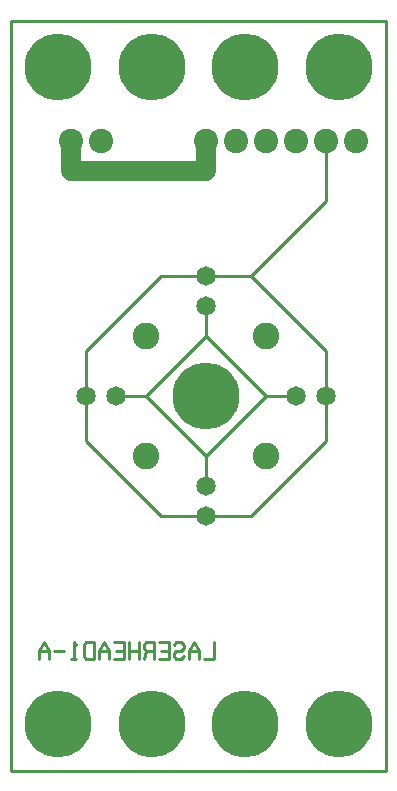
<source format=gbl>
%MOIN*%
%FSLAX25Y25*%
G04 D10 used for Character Trace; *
G04     Circle (OD=.01000) (No hole)*
G04 D11 used for Power Trace; *
G04     Circle (OD=.06700) (No hole)*
G04 D12 used for Signal Trace; *
G04     Circle (OD=.01100) (No hole)*
G04 D13 used for Via; *
G04     Circle (OD=.05800) (Round. Hole ID=.02800)*
G04 D14 used for Component hole; *
G04     Circle (OD=.06500) (Round. Hole ID=.03500)*
G04 D15 used for Component hole; *
G04     Circle (OD=.06700) (Round. Hole ID=.04300)*
G04 D16 used for Component hole; *
G04     Circle (OD=.08100) (Round. Hole ID=.05100)*
G04 D17 used for Component hole; *
G04     Circle (OD=.08900) (Round. Hole ID=.05900)*
G04 D18 used for Component hole; *
G04     Circle (OD=.11300) (Round. Hole ID=.08300)*
G04 D19 used for Component hole; *
G04     Circle (OD=.16000) (Round. Hole ID=.13000)*
G04 D20 used for Component hole; *
G04     Circle (OD=.18300) (Round. Hole ID=.15300)*
G04 D21 used for Component hole; *
G04     Circle (OD=.22291) (Round. Hole ID=.19291)*
%ADD10C,.01000*%
%ADD11C,.06700*%
%ADD12C,.01100*%
%ADD13C,.05800*%
%ADD14C,.06500*%
%ADD15C,.06700*%
%ADD16C,.08100*%
%ADD17C,.08900*%
%ADD18C,.11300*%
%ADD19C,.16000*%
%ADD20C,.18300*%
%ADD21C,.22291*%
%IPPOS*%
%LPD*%
G90*X0Y0D02*D21*X15625Y15625D03*D10*              
X67511Y42871D02*Y37129D01*X64163D01*X62511D02*    
Y40000D01*X60837Y42871D01*X59163Y40000D01*        
Y37129D01*X62511Y40000D02*X59163D01*              
X54163Y41914D02*X55000Y42871D01*X56674D01*        
X57511Y41914D01*Y40957D01*X56674Y40000D01*        
X55000D01*X54163Y39043D01*Y38086D01*              
X55000Y37129D01*X56674D01*X57511Y38086D01*        
X49163Y37129D02*X52511D01*Y42871D01*X49163D01*    
X52511Y40000D02*X50000D01*X47511Y37129D02*        
Y42871D01*X45000D01*X44163Y41914D01*Y40957D01*    
X45000Y40000D01*X47511D01*X45000D02*              
X44163Y37129D01*X42511D02*Y42871D01*              
X39163Y37129D02*Y42871D01*X42511Y40000D02*        
X39163D01*X34163Y37129D02*X37511D01*Y42871D01*    
X34163D01*X37511Y40000D02*X35000D01*              
X32511Y37129D02*Y40000D01*X30837Y42871D01*        
X29163Y40000D01*Y37129D01*X32511Y40000D02*        
X29163D01*X27511Y37129D02*Y42871D01*X25000D01*    
X24163Y41914D01*Y38086D01*X25000Y37129D01*        
X27511D01*X21674Y41914D02*X20837Y42871D01*        
Y37129D01*X21674D02*X20000D01*X17511Y40000D02*    
X14163D01*X12511Y37129D02*Y40000D01*              
X10837Y42871D01*X9163Y40000D01*Y37129D01*         
X12511Y40000D02*X9163D01*D21*X46875Y15625D03*     
X78125D03*D12*X65000Y85000D02*X80000D01*D14*      
X65000D03*D12*X50000D01*X25000Y110000D01*         
Y125000D01*D14*D03*D12*Y140000D01*                
X50000Y165000D01*X65000D01*D14*D03*D12*X80000D01* 
X105000Y140000D01*Y125000D01*D14*D03*D12*         
Y110000D01*X80000Y85000D01*D14*X65000Y95000D03*   
D12*Y105000D01*X85000Y125000D01*X95000D01*D14*D03*
D12*X85000D02*X65000Y145000D01*X45000Y125000D01*  
X65000Y105000D01*X35000Y125000D02*X45000D01*D14*  
X35000D03*D17*X45000Y145000D03*Y105000D03*D14*    
X65000Y155000D03*D12*Y145000D01*X80000Y165000D02* 
X105000Y190000D01*Y210000D01*D16*D03*X115000D03*  
X95000D03*X85000D03*D21*X78125Y234375D03*         
X109375D03*D16*X75000Y210000D03*D12*X125000Y0D02* 
Y250000D01*X0Y0D02*X125000D01*X0D02*Y250000D01*   
X125000D01*D16*X65000Y210000D03*D11*Y200000D01*   
X20000D01*Y210000D01*D16*D03*X30000D03*D21*       
X46875Y234375D03*X15625D03*D17*X85000Y145000D03*  
D21*X65000Y125000D03*D17*X85000Y105000D03*D21*    
X109375Y15625D03*M02*                             

</source>
